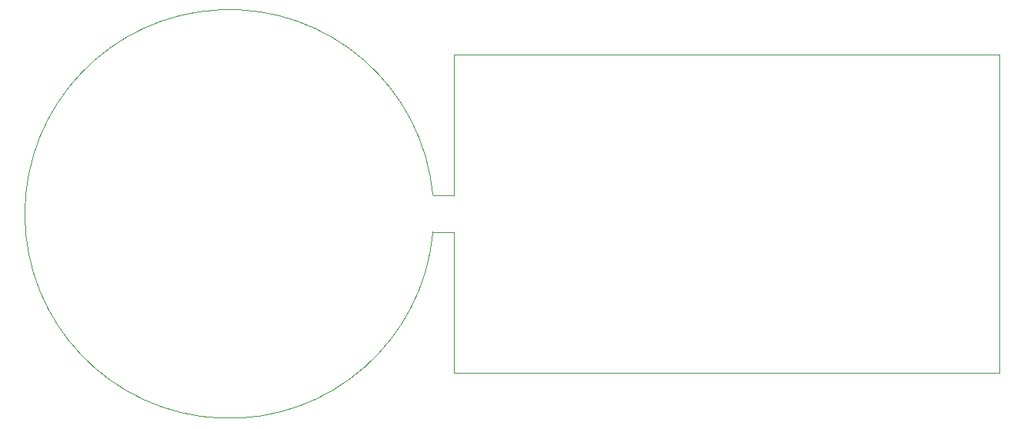
<source format=gbr>
%TF.GenerationSoftware,KiCad,Pcbnew,(6.0.9-0)*%
%TF.CreationDate,2023-02-24T22:58:19+01:00*%
%TF.ProjectId,FilamentSpoolScale,46696c61-6d65-46e7-9453-706f6f6c5363,rev?*%
%TF.SameCoordinates,Original*%
%TF.FileFunction,Profile,NP*%
%FSLAX46Y46*%
G04 Gerber Fmt 4.6, Leading zero omitted, Abs format (unit mm)*
G04 Created by KiCad (PCBNEW (6.0.9-0)) date 2023-02-24 22:58:19*
%MOMM*%
%LPD*%
G01*
G04 APERTURE LIST*
%TA.AperFunction,Profile*%
%ADD10C,0.100000*%
%TD*%
G04 APERTURE END LIST*
D10*
X71500000Y-45486362D02*
X69197107Y-45477556D01*
X131500000Y-30000000D02*
X131500000Y-65000000D01*
X69197107Y-45477556D02*
G75*
G03*
X24290000Y-47520000I-22407107J-2042444D01*
G01*
X131500000Y-65000000D02*
X71500000Y-65000000D01*
X71500000Y-65000000D02*
X71500000Y-49513638D01*
X71500000Y-30000000D02*
X71500000Y-45486362D01*
X24290000Y-47520000D02*
G75*
G03*
X69200000Y-49513638I22498585J-15000D01*
G01*
X71500000Y-30000000D02*
X131500000Y-30000000D01*
X69200000Y-49513638D02*
X71500000Y-49513638D01*
M02*

</source>
